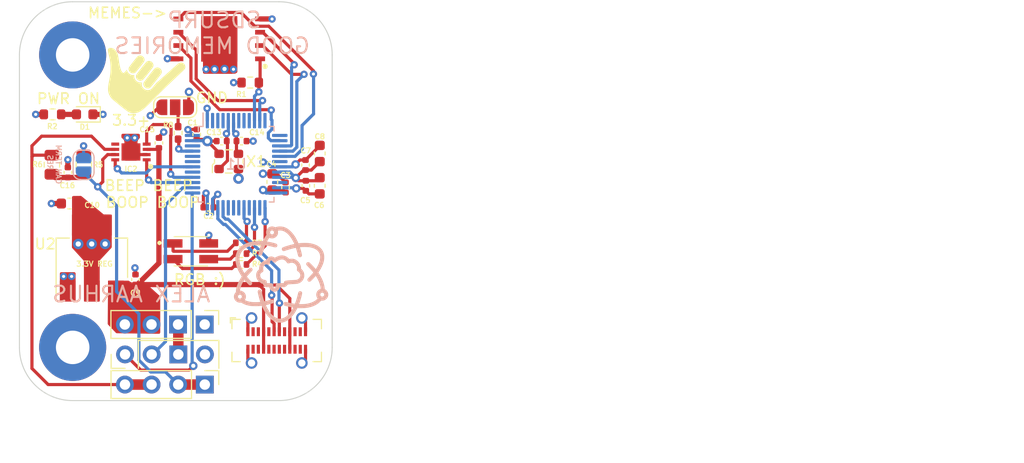
<source format=kicad_pcb>
(kicad_pcb (version 20221018) (generator pcbnew)
  (layers (0 "F.Cu" signal) (1 "In1.Cu" power) (2 "In2.Cu" power) (31 "B.Cu" signal) (34 "B.Paste" user) (35 "F.Paste" user) (36 "B.SilkS" user "B.Silkscreen") (37 "F.SilkS" user "F.Silkscreen") (38 "B.Mask" user) (39 "F.Mask" user) (44 "Edge.Cuts" user))
  (net 0 "")
  (net 1 "+3.3V")
  (net 2 "GND")
  (net 3 "PWR IN")
  (net 4 "RCC_OCC_IN")
  (net 5 "RCC_OCC_OUT")
  (net 6 "Net-(C16-Pad2)")
  (net 7 "Net-(D1-A)")
  (net 8 "QUADSPI_NCS")
  (net 9 "QUADSPI_IO-1")
  (net 10 "QUADSPI_IO-2")
  (net 11 "QUADSPI_IO-0")
  (net 12 "QUADSPI_CLK")
  (net 13 "QUADSPI_IO-3")
  (net 17 "USB_D+")
  (net 18 "USB_D-")
  (net 30 "CAN_FD_L")
  (net 31 "CAN_FD_H")
  (net 32 "SYS_SWDIO")
  (net 33 "SYS_SWCLK")
  (net 34 "Net-(LED1-K_RED)")
  (net 35 "Net-(LED1-K_GREEN)")
  (net 36 "Net-(LED1-K_BLUE)")
  (net 37 "LED_R")
  (net 38 "LED_G")
  (net 39 "Net-(SW1-B)")
  (net 40 "LED_B")
  (net 53 "TXD")
  (net 58 "FDCAN_RX")
  (net 59 "FDCAN_TX")
  (net 64 "/BOOT0")
  (net 65 "Net-(SW2-B)")
  (footprint "Capacitor_SMD:C_0402_1005Metric" (layer "F.Cu") (at 44.701601 38.7118 180)
    (fp_text reference "C13")
    (fp_text value "20pF")
  )
  (footprint "Capacitor_SMD:C_0402_1005Metric" (layer "F.Cu") (at 43.434 45.0342)
    (fp_text reference "C2")
    (fp_text value "100nF")
  )
  (footprint "LOGO" (layer "F.Cu") (at 37.58 33.28)
    (fp_text reference "G***" hide)
    (fp_text value "LOGO" hide)
  )
  (footprint "Capacitor_SMD:C_0603_1608Metric" (layer "F.Cu") (at 54.06 39.895 90)
    (fp_text reference "C8")
    (fp_text value "1uF")
  )
  (footprint "MountingHole:MountingHole_3.2mm_M3_Pad_TopBottom" (layer "F.Cu") (at 30.48 58.42)
    (fp_text reference "H2" hide)
    (fp_text value "MountingHole_Pad")
  )
  (footprint "Oscillator:Oscillator_SMD_ECS_2520MV-xxx-xx-4Pin_2.5x2.0mm" (layer "F.Cu") (at 45.375 40.6538 90)
    (fp_text reference "X1")
    (fp_text value "ECS-2520MV-xxx-xx")
  )
  (footprint "IN-P32TATRGB:INP32TATRGB" (layer "F.Cu") (at 41.7594 49.2372)
    (fp_text reference "LED1" hide)
    (fp_text value "IN-P32TATRGB" hide)
  )
  (footprint "Capacitor_SMD:C_0603_1608Metric" (layer "F.Cu") (at 54.055 42.9802 -90)
    (fp_text reference "C6")
    (fp_text value "1uF")
  )
  (footprint "Capacitor_SMD:C_0402_1005Metric" (layer "F.Cu") (at 46.5916 38.7118)
    (fp_text reference "C14")
    (fp_text value "20pF")
  )
  (footprint "Resistor_SMD:R_0402_1005Metric" (layer "F.Cu") (at 46.556528 48.431565 180)
    (fp_text reference "R3")
    (fp_text value "55")
  )
  (footprint "Capacitor_SMD:C_0402_1005Metric" (layer "F.Cu") (at 36.4744 51.9404 90)
    (fp_text reference "C9")
    (fp_text value ".1uF")
  )
  (footprint "MountingHole:MountingHole_3.2mm_M3_Pad_TopBottom" (layer "F.Cu") (at 30.48 30.48)
    (fp_text reference "H1" hide)
    (fp_text value "MountingHole_Pad")
  )
  (footprint "Connector_USB:USB_C_Receptacle_GCT_USB4115-03-C" (layer "F.Cu") (at 49.9494 57.7596)
    (fp_text reference "J1" hide)
    (fp_text value "USB4056-03-A_REVA2")
  )
  (footprint "Capacitor_SMD:C_0402_1005Metric" (layer "F.Cu") (at 30.0228 41.7068 -90)
    (fp_text reference "C16")
    (fp_text value "4.7nF")
  )
  (footprint "Capacitor_SMD:C_0402_1005Metric" (layer "F.Cu") (at 50.79 43.14 90)
    (fp_text reference "C3")
    (fp_text value "100nF")
  )
  (footprint "Connector_PinHeader_2.54mm:PinHeader_1x04_P2.54mm_Vertical" (layer "F.Cu") (at 35.48 59.09 90)
    (fp_text reference "J4" hide)
    (fp_text value "Conn_01x04_Socket")
  )
  (footprint "Capacitor_SMD:C_0402_1005Metric" (layer "F.Cu") (at 38.7096 38.8874 90)
    (fp_text reference "C15")
    (fp_text value "0.1uF")
  )
  (footprint "Capacitor_SMD:C_0603_1608Metric" (layer "F.Cu") (at 49.53 42.615 90)
    (fp_text reference "C4")
    (fp_text value "4.7uF")
  )
  (footprint "Resistor_SMD:R_0402_1005Metric_Pad0.72x0.64mm_HandSolder" (layer "F.Cu") (at 40.54 37.93 -90)
    (fp_text reference "R8")
    (fp_text value "10k")
  )
  (footprint "Connector_PinHeader_2.54mm:PinHeader_1x04_P2.54mm_Vertical" (layer "F.Cu") (at 43.08 56.23 -90)
    (fp_text reference "J2" hide)
    (fp_text value "Conn_01x04_Socket")
  )
  (footprint "Connector_PinHeader_2.54mm:PinHeader_1x04_P2.54mm_Vertical" (layer "F.Cu") (at 43.09 61.97 -90)
    (fp_text reference "J3" hide)
    (fp_text value "Conn_01x04_Socket")
  )
  (footprint "Resistor_SMD:R_0402_1005Metric" (layer "F.Cu") (at 46.556528 50.496319 180)
    (fp_text reference "R4")
    (fp_text value "5")
  )
  (footprint "LED_SMD:LED_0603_1608Metric" (layer "F.Cu") (at 31.63 36.16 180)
    (fp_text reference "D1")
    (fp_text value "LED")
  )
  (footprint "Capacitor_SMD:C_0402_1005Metric" (layer "F.Cu") (at 52.7 41 90)
    (fp_text reference "C7")
    (fp_text value "100nF")
  )
  (footprint "W25Q01JVZEIQ:SON127P800X600X80-9N-D" (layer "F.Cu") (at 44.465479 28.948636 180)
    (fp_text reference "MEMES->" hide)
    (fp_text value "W25Q01JVZEIQ" hide)
  )
  (footprint "Resistor_SMD:R_0603_1608Metric" (layer "F.Cu") (at 47.4218 33.1216)
    (fp_text reference "R1")
    (fp_text value "10k")
  )
  (footprint "Jumper:SolderJumper-3_P1.3mm_Open_RoundedPad1.0x1.5mm_NumberLabels" (layer "F.Cu") (at 40.26 35.48 180)
    (fp_text reference "SW2" hide)
    (fp_text value "SW_SPDT")
  )
  (footprint "Package_TO_SOT_SMD:SOT-223-3_TabPin2" (layer "F.Cu") (at 32.3088 49.8852 90)
    (fp_text reference "U2")
    (fp_text value "LD1117S33TR_SOT223")
  )
  (footprint "Resistor_SMD:R_0805_2012Metric" (layer "F.Cu") (at 28.4988 40.9683 90)
    (fp_text reference "R6")
    (fp_text value "60")
  )
  (footprint "Capacitor_SMD:C_0402_1005Metric" (layer "F.Cu") (at 52.73 42.98 -90)
    (fp_text reference "C5")
    (fp_text value "10nF")
  )
  (footprint "MCP2557FDT-H_MNY:SON50P300X200X80-9N-D" (layer "F.Cu") (at 36.0426 39.751 180)
    (fp_text reference "IC2")
    (fp_text value "MCP2557FDT-H_MNY" hide)
  )
  (footprint "Resistor_SMD:R_0603_1608Metric" (layer "F.Cu") (at 28.556599 36.16)
    (fp_text reference "R2")
    (fp_text value "43")
  )
  (footprint "Resistor_SMD:R_0805_2012Metric" (layer "F.Cu") (at 31.5468 40.9467 -90)
    (fp_text reference "R5")
    (fp_text value "60")
  )
  (footprint "Capacitor_SMD:C_0402_1005Metric" (layer "F.Cu") (at 42.3164 38.0746 -90)
    (fp_text reference "C1")
    (fp_text value "100nF")
  )
  (footprint "Resistor_SMD:R_0402_1005Metric" (layer "F.Cu") (at 46.556525 49.463942)
    (fp_text reference "R7")
    (fp_text value "5")
  )
  (footprint "Capacitor_SMD:C_0603_1608Metric" (layer "F.Cu") (at 30.168801 44.676 180)
    (fp_text reference "C10")
    (fp_text value "10uF")
  )
  (footprint "LOGO" (layer "B.Cu") (at 50.413822 50.982897 180)
    (fp_text reference "G***" hide)
    (fp_text value "LOGO" hide)
  )
  (footprint "Package_QFP:LQFP-48_7x7mm_P0.5mm" (layer "B.Cu") (at 46.0808 40.921 -90)
    (fp_text reference "U1")
    (fp_text value "STM32G473CBTx")
  )
  (footprint "Jumper:SolderJumper-2_P1.3mm_Open_RoundedPad1.0x1.5mm" (layer "B.Cu") (at 31.521399 40.983999 90)
    (fp_text reference "SW1" hide)
    (fp_text value "SW_SPST")
  )
  (gr_line (start 25.4 58.42) (end 25.4 30.48) (stroke (width 0.1)) (layer "Edge.Cuts"))
  (gr_arc (start 25.4 30.48) (mid 26.887898 26.887898) (end 30.48 25.4) (stroke (width 0.1)) (layer "Edge.Cuts"))
  (gr_line (start 30.48 25.4) (end 50.165 25.4) (stroke (width 0.1)) (layer "Edge.Cuts"))
  (gr_arc (start 30.48 63.5) (mid 26.887898 62.012102) (end 25.4 58.42) (stroke (width 0.1)) (layer "Edge.Cuts"))
  (gr_line (start 55.245 30.48) (end 55.245 58.42) (stroke (width 0.1)) (layer "Edge.Cuts"))
  (gr_arc (start 55.245 58.42) (mid 53.757102 62.012102) (end 50.165 63.5) (stroke (width 0.1)) (layer "Edge.Cuts"))
  (gr_arc (start 50.165 25.4) (mid 53.757102 26.887898) (end 55.245 30.48) (stroke (width 0.1)) (layer "Edge.Cuts"))
  (gr_line (start 50.165 63.5) (end 30.48 63.5) (stroke (width 0.1)) (layer "Edge.Cuts"))
  (gr_text "CAN TERM \nRES" (at 28.03 40.75 270) (layer "B.SilkS") (effects (font (size 0.5 0.5) (thickness 0.1) bold) (justify bottom mirror)))
  (gr_text "ALEX AARHUS" (at 36.068 53.34) (layer "B.SilkS") (effects (font (size 1.5 1.5) (thickness 0.2)) (justify mirror)))
  (gr_text "GOOD MEMORIES" (at 43.7896 29.6164) (layer "B.SilkS") (effects (font (size 1.5 1.5) (thickness 0.2)) (justify mirror)))
  (gr_text "SDSURP" (at 43.9928 27.1526) (layer "B.SilkS") (effects (font (size 1.5 1.5) (thickness 0.2)) (justify mirror)))
  (gr_text "3.3V REG" (at 32.5628 50.4444) (layer "F.SilkS") (effects (font (size 0.5 0.5) (thickness 0.1))))
  (gr_text "MEMES->" (at 31.8516 27.051) (layer "F.SilkS") (effects (font (size 1 1)) (justify left bottom)))
  (gr_text "PWR ON" (at 26.980399 35.2424) (layer "F.SilkS") (effects (font (size 1 1)) (justify left bottom)))
  (gr_text "RGB :)" (at 40.0558 52.5272) (layer "F.SilkS") (effects (font (size 1 1)) (justify left bottom)))
  (gr_text "BEEP BEEP \nBOOP BOOP" (at 38.1254 43.7642) (layer "F.SilkS") (effects (font (size 1 1))))
  (segment (start 43.4594 47.7106) (end 43.4594 48.4872) (width 0.5) (layer "F.Cu") (net 1))
  (segment (start 52.52 41.48) (end 52.7 41.48) (width 0.3) (layer "F.Cu") (net 1))
  (segment (start 42.3164 37.5946) (end 41.501 37.5946) (width 0.3) (layer "F.Cu") (net 1))
  (segment (start 48.65 43.38) (end 48.66 43.39) (width 0.3) (layer "F.Cu") (net 1))
  (segment (start 26.951599 36.16) (end 27.731599 36.16) (width 0.5) (layer "F.Cu") (net 1))
  (segment (start 41.501 37.5946) (end 41.4782 37.6174) (width 0.3) (layer "F.Cu") (net 1))
  (segment (start 53.7602 42.5) (end 54.055 42.2052) (width 0.3) (layer "F.Cu") (net 1))
  (segment (start 38.69 35.48) (end 37.89 36.28) (width 0.3) (layer "F.Cu") (net 1))
  (segment (start 39.540436 30.853636) (end 39.5224 30.8356) (width 0.5) (layer "F.Cu") (net 1))
  (segment (start 51.77 42.23) (end 52.04 42.5) (width 0.3) (layer "F.Cu") (net 1))
  (segment (start 54.06 40.67) (end 53.25 41.48) (width 0.3) (layer "F.Cu") (net 1))
  (segment (start 52.04 42.5) (end 52.73 42.5) (width 0.3) (layer "F.Cu") (net 1))
  (segment (start 49.53 43.39) (end 50.56 43.39) (width 0.3) (layer "F.Cu") (net 1))
  (segment (start 42.954 43.936352) (end 43.2053 43.685052) (width 0.3) (layer "F.Cu") (net 1))
  (segment (start 48.66 43.39) (end 49.53 43.39) (width 0.3) (layer "F.Cu") (net 1))
  (segment (start 50.56 43.39) (end 50.79 43.62) (width 0.3) (layer "F.Cu") (net 1))
  (segment (start 40.565479 30.853636) (end 39.540436 30.853636) (width 0.5) (layer "F.Cu") (net 1))
  (segment (start 52.73 42.5) (end 53.7602 42.5) (width 0.3) (layer "F.Cu") (net 1))
  (segment (start 42.954 45.0342) (end 42.954 43.936352) (width 0.3) (layer "F.Cu") (net 1))
  (segment (start 53.25 41.48) (end 52.7 41.48) (width 0.3) (layer "F.Cu") (net 1))
  (segment (start 46.5968 33.1216) (end 45.84 33.1216) (width 0.3) (layer "F.Cu") (net 1))
  (segment (start 38.96 35.48) (end 38.69 35.48) (width 0.25) (layer "F.Cu") (net 1))
  (segment (start 43.47 47.7) (end 43.4594 47.7106) (width 0.5) (layer "F.Cu") (net 1))
  (segment (start 51.77 42.23) (end 52.52 41.48) (width 0.3) (layer "F.Cu") (net 1))
  (via (at 33.5788 48.5394) (size 1) (drill 0.5) (layers "F.Cu" "B.Cu") (net 1))
  (via (at 48.65 43.38) (size 0.8) (drill 0.4) (layers "F.Cu" "B.Cu") (net 1))
  (via (at 26.951599 36.16) (size 0.7) (drill 0.3) (layers "F.Cu" "B.Cu") (net 1))
  (via (at 32.2961 48.5394) (size 1) (drill 0.5) (layers "F.Cu" "B.Cu") (net 1))
  (via (at 37.89 36.28) (size 0.7) (drill 0.3) (layers "F.Cu" "B.Cu") (net 1))
  (via (at 39.5224 30.8356) (size 0.7) (drill 0.3) (layers "F.Cu" "B.Cu") (net 1))
  (via (at 41.4782 37.6174) (size 0.7) (drill 0.3) (layers "F.Cu" "B.Cu") (net 1))
  (via (at 31.0134 48.5394) (size 1) (drill 0.5) (layers "F.Cu" "B.Cu") (net 1))
  (via (at 43.307 35.5854) (size 0.7) (drill 0.3) (layers "F.Cu" "B.Cu") (net 1))
  (via (at 45.84 33.1216) (size 0.7) (drill 0.3) (layers "F.Cu" "B.Cu") (net 1))
  (via (at 43.47 47.7) (size 0.7) (drill 0.3) (layers "F.Cu" "B.Cu") (net 1))
  (via (at 43.2053 43.685052) (size 0.7) (drill 0.3) (layers "F.Cu" "B.Cu") (net 1))
  (via (at 51.77 42.23) (size 0.8) (drill 0.4) (layers "F.Cu" "B.Cu") (net 1))
  (segment (start 41.9183 38.171) (end 41.9183 38.0575) (width 0.3) (layer "B.Cu") (net 1))
  (segment (start 51.211 41.671) (end 50.2433 41.671) (width 0.3) (layer "B.Cu") (net 1))
  (segment (start 51.77 42.23) (end 51.711 42.171) (width 0.3) (layer "B.Cu") (net 1))
  (segment (start 51.711 42.171) (end 50.2433 42.171) (width 0.3) (layer "B.Cu") (net 1))
  (segment (start 51.77 42.23) (end 51.211 41.671) (width 0.3) (layer "B.Cu") (net 1))
  (segment (start 48.941 43.671) (end 50.2433 43.671) (width 0.3) (layer "B.Cu") (net 1))
  (segment (start 43.3308 35.6092) (end 43.307 35.5854) (width 0.3) (layer "B.Cu") (net 1))
  (segment (start 43.3308 43.810552) (end 43.2053 43.685052) (width 0.3) (layer "B.Cu") (net 1))
  (segment (start 43.3308 45.0835) (end 43.3308 43.810552) (width 0.3) (layer "B.Cu") (net 1))
  (segment (start 48.65 43.38) (end 48.941 43.671) (width 0.3) (layer "B.Cu") (net 1))
  (segment (start 41.9183 38.0575) (end 41.4782 37.6174) (width 0.3) (layer "B.Cu") (net 1))
  (segment (start 43.3308 36.7585) (end 43.3308 35.6092) (width 0.3) (layer "B.Cu") (net 1))
  (segment (start 41.56 34.03) (end 41.56 35.48) (width 0.3) (layer "F.Cu") (net 2))
  (segment (start 38.7096 38.3032) (end 39.1668 37.846) (width 0.3) (layer "F.Cu") (net 2))
  (segment (start 52.6994 55.9596) (end 52.3494 55.6096) (width 0.3) (layer "F.Cu") (net 2))
  (segment (start 32.4175 36.16) (end 33.371599 36.16) (width 0.5) (layer "F.Cu") (net 2))
  (segment (start 54.06 39.16) (end 52.7 40.52) (width 0.3) (layer "F.Cu") (net 2))
  (segment (start 36.4744 50.8736) (end 36.4236 50.8228) (width 0.3) (layer "F.Cu") (net 2))
  (segment (start 49.53 41.84) (end 48.65 41.84) (width 0.3) (layer "F.Cu") (net 2))
  (segment (start 52.17 40.52) (end 52.7 40.52) (width 0.3) (layer "F.Cu") (net 2))
  (segment (start 49.97 41.84) (end 50.79 42.66) (width 0.3) (layer "F.Cu") (net 2))
  (segment (start 47.1994 55.9596) (end 47.5494 55.6096) (width 0.3) (layer "F.Cu") (net 2))
  (segment (start 52.6994 58.5946) (end 52.6994 59.5596) (width 0.3) (layer "F.Cu") (net 2))
  (segment (start 51.75 40.94) (end 52.17 40.52) (width 0.3) (layer "F.Cu") (net 2))
  (segment (start 51.67 43.38) (end 51.81 43.38) (width 0.3) (layer "F.Cu") (net 2))
  (segment (start 28.4506 44.676) (end 29.393801 44.676) (width 0.5) (layer "F.Cu") (net 2))
  (segment (start 42.3164 38.5546) (end 43.1774 38.5546) (width 0.3) (layer "F.Cu") (net 2))
  (segment (start 43.1774 38.5546) (end 43.3324 38.7096) (width 0.3) (layer "F.Cu") (net 2))
  (segment (start 52.498688 43.228688) (end 52.73 43.46) (width 0.3) (layer "F.Cu") (net 2))
  (segment (start 44.45 39.8272) (end 43.3324 38.7096) (width 0.3) (layer "F.Cu") (net 2))
  (segment (start 40.56 59.09) (end 40.56 56.25) (width 1) (layer "F.Cu") (net 2))
  (segment (start 49.497236 27.043636) (end 49.5046 27.051) (width 0.5) (layer "F.Cu") (net 2))
  (segment (start 30.0228 41.2268) (end 30.0228 40.4876) (width 0.5) (layer "F.Cu") (net 2))
  (segment (start 37.5426 40.001) (end 36.2926 40.001) (width 0.3) (layer "F.Cu") (net 2))
  (segment (start 47.1994 59.5596) (end 47.5494 59.9096) (width 0.3) (layer "F.Cu") (net 2))
  (segment (start 47.1994 58.5946) (end 47.1994 59.5596) (width 0.3) (layer "F.Cu") (net 2))
  (segment (start 48.65 41.84) (end 48.64 41.83) (width 0.3) (layer "F.Cu") (net 2))
  (segment (start 36.2926 40.001) (end 36.0426 39.751) (width 0.3) (layer "F.Cu") (net 2))
  (segment (start 43.914 45.0342) (end 43.914 44.2055) (width 0.3) (layer "F.Cu") (net 2))
  (segment (start 43.914 44.2055) (end 44.323 43.7965) (width 0.3) (layer "F.Cu") (net 2))
  (segment (start 44.221601 38.7118) (end 43.3346 38.7118) (width 0.3) (layer "F.Cu") (net 2))
  (segment (start 52.6994 59.5596) (end 52.3494 59.9096) (width 0.3) (layer "F.Cu") (net 2))
  (segment (start 41.58 34.01) (end 41.56 34.03) (width 0.25) (layer "F.Cu") (net 2))
  (segment (start 47.7 38.7118) (end 47.0716 38.7118) (width 0.3) (layer "F.Cu") (net 2))
  (segment (start 44.45 39.9288) (end 44.45 39.8272) (width 0.3) (layer "F.Cu") (net 2))
  (segment (start 52.6994 56.9246) (end 52.6994 55.9596) (width 0.3) (layer "F.Cu") (net 2))
  (segment (start 43.3346 38.7118) (end 43.3324 38.7096) (width 0.3) (layer "F.Cu") (net 2))
  (segment (start 49.53 41.84) (end 49.97 41.84) (width 0.3) (layer "F.Cu") (net 2))
  (segment (start 53.0252 43.7552) (end 52.73 43.46) (width 0.3) (layer "F.Cu") (net 2))
  (segment (start 40.56 56.25) (end 40.54 56.23) (width 1) (layer "F.Cu") (net 2))
  (segment (start 38.7096 38.4074) (end 38.7096 38.3032) (width 0.3) (layer "F.Cu") (net 2))
  (segment (start 47.1994 56.9246) (end 47.1994 55.9596) (width 0.3) (layer "F.Cu") (net 2))
  (segment (start 46.3 42.2868) (end 46.3042 42.291) (width 0.3) (layer "F.Cu") (net 2))
  (segment (start 51.810351 43.228688) (end 52.498688 43.228688) (width 0.3) (layer "F.Cu") (net 2))
  (segment (start 54.055 43.7552) (end 53.0252 43.7552) (width 0.3) (layer "F.Cu") (net 2))
  (segment (start 36.4744 51.4604) (end 36.4744 50.8736) (width 0.3) (layer "F.Cu") (net 2))
  (segment (start 46.3 41.3788) (end 46.3 42.2868) (width 0.3) (layer "F.Cu") (net 2))
  (segment (start 53.83 39.13) (end 53.83 39.17) (width 0.3) (layer "F.Cu") (net 2))
  (segment (start 48.365479 27.043636) (end 49.497236 27.043636) (width 0.5) (layer "F.Cu") (net 2))
  (via (at 44.97 31.82) (size 0.8) (drill 0.4) (layers "F.Cu" "B.Cu") (net 2))
  (via (at 51.810351 43.228688) (size 0.8) (drill 0.4) (layers "F.Cu" "B.Cu") (net 2))
  (via (at 30.0228 40.4876) (size 0.7) (drill 0.3) (layers "F.Cu" "B.Cu") (net 2))
  (via (at 48.64 41.83) (size 0.8) (drill 0.4) (layers "F.Cu" "B.Cu") (net 2))
  (via (at 47.7 38.7118) (size 0.7) (drill 0.3) (layers "F.Cu" "B.Cu") (net 2))
  (via (at 49.5046 27.051) (size 0.7) (drill 0.3) (layers "F.Cu" "B.Cu") (net 2))
  (via (at 41.58 34.01) (size 0.8) (drill 0.4) (layers "F.Cu" "B.Cu") (net 2))
  (via (at 36.3982 38.4048) (size 0.7) (drill 0.3) (layers "F.Cu" "B.Cu") (net 2))
  (via (at 30.3784 51.6382) (size 0.7) (drill 0.3) (layers "F.Cu" "B.Cu") (net 2))
  (via (at 44.02 31.84) (size 0.8) (drill 0.4) (layers "F.Cu" "B.Cu") (net 2))
  (via (at 28.4506 44.676) (size 0.7) (drill 0.3) (layers "F.Cu" "B.Cu") (net 2))
  (via (at 43.2054 31.8516) (size 0.7) (drill 0.3) (layers "F.Cu" "B.Cu") (net 2))
  (via (at 33.371599 36.16) (size 0.7) (drill 0.3) (layers "F.Cu" "B.Cu") (net 2))
  (via (at 39.1668 37.846) (size 0.7) (drill 0.3) (layers "F.Cu" "B.Cu") (net 2))
  (via (at 36.4236 50.8228) (size 0.7) (drill 0.3) (layers "F.Cu" "B.Cu") (net 2))
  (via (at 45.8216 31.8516) (size 0.7) (drill 0.3) (layers "F.Cu" "B.Cu") (net 2))
  (via (at 44.323 43.7965) (size 0.7) (drill 0.3) (layers "F.Cu" "B.Cu") (net 2))
  (via (at 29.6164 51.6382) (size 0.7) (drill 0.3) (layers "F.Cu" "B.Cu") (net 2))
  (via (at 43.3324 38.7096) (size 1) (drill 0.5) (layers "F.Cu" "B.Cu") (net 2))
  (via (at 35.687 38.4048) (size 0.7) (drill 0.3) (layers "F.Cu" "B.Cu") (net 2))
  (via (at 46.3042 42.291) (size 1) (drill 0.5) (layers "F.Cu" "B.Cu") (net 2))
  (via (at 48.66 40.72) (size 0.7) (drill 0.3) (layers "F.Cu" "B.Cu") (net 2))
  (via (at 51.75 40.94) (size 0.8) (drill 0.4) (layers "F.Cu" "B.Cu") (net 2))
  (segment (start 44.279259 43.7965) (end 44.323 43.7965) (width 0.3) (layer "B.Cu") (net 2))
  (segment (start 51.461 43.171) (end 51.67 43.38) (width 0.3) (layer "B.Cu") (net 2))
  (segment (start 51.519 41.171) (end 51.75 40.94) (width 0.3) (layer "B.Cu") (net 2))
  (segment (start 50.2433 41.171) (end 51.519 41.171) (width 0.3) (layer "B.Cu") (net 2))
  (segment (start 43.8308 45.0835) (end 43.8308 44.244959) (width 0.3) (layer "B.Cu") (net 2))
  (segment (start 48.66 40.72) (end 48.953759 40.72) (width 0.3) (layer "B.Cu") (net 2))
  (segment (start 43.2938 38.671) (end 43.3324 38.7096) (width 0.3) (layer "B.Cu") (net 2))
  (segment (start 43.8308 44.244959) (end 44.279259 43.7965) (width 0.3) (layer "B.Cu") (net 2))
  (segment (start 50.2433 43.171) (end 51.461 43.171) (width 0.3) (layer "B.Cu") (net 2))
  (segment (start 41.9183 38.671) (end 43.2938 38.671) (width 0.3) (layer "B.Cu") (net 2))
  (segment (start 48.953759 40.72) (end 49.404759 41.171) (width 0.3) (layer "B.Cu") (net 2))
  (segment (start 49.404759 41.171) (end 50.2433 41.171) (width 0.3) (layer "B.Cu") (net 2))
  (segment (start 48.6994 58.5946) (end 48.6994 56.9246) (width 0.3) (layer "F.Cu") (net 3))
  (segment (start 38.7096 39.3674) (end 38.7096 50.369586) (width 0.5) (layer "F.Cu") (net 3))
  (segment (start 48.6994 56.9246) (end 48.6994 52.874) (width 0.3) (layer "F.Cu") (net 3))
  (segment (start 38.576 39.501) (end 38.7096 39.3674) (width 0.3) (layer "F.Cu") (net 3))
  (segment (start 36.658786 52.4204) (end 36.4744 52.4204) (width 0.5) (layer "F.Cu") (net 3))
  (segment (start 49.911 52.46) (end 48.2854 52.46) (width 0.3) (layer "F.Cu") (net 3))
  (segment (start 36.4744 52.4204) (end 48.2458 52.4204) (width 0.5) (layer "F.Cu") (net 3))
  (segment (start 51.1994 56.9246) (end 51.1994 53.7484) (width 0.3) (layer "F.Cu") (net 3))
  (segment (start 48.6994 52.874) (end 48.2854 52.46) (width 0.3) (layer "F.Cu") (net 3))
  (segment (start 51.1994 53.7484) (end 49.911 52.46) (width 0.3) (layer "F.Cu") (net 3))
  (segment (start 38.7096 50.369586) (end 36.658786 52.4204) (width 0.5) (layer "F.Cu") (net 3))
  (segment (start 51.1994 58.5946) (end 51.1994 56.9246) (width 0.3) (layer "F.Cu") (net 3))
  (segment (start 48.2458 52.4204) (end 48.2854 52.46) (width 0.5) (layer "F.Cu") (net 3))
  (segment (start 37.5426 39.501) (end 38.576 39.501) (width 0.3) (layer "F.Cu") (net 3))
  (segment (start 45.181601 38.7118) (end 45.25 38.780199) (width 0.3) (layer "F.Cu") (net 4))
  (segment (start 45.25 40.5788) (end 44.45 41.3788) (width 0.3) (layer "F.Cu") (net 4))
  (segment (start 45.25 38.780199) (end 45.25 40.5788) (width 0.3) (layer "F.Cu") (net 4))
  (segment (start 45.181601 38.025687) (end 45.181601 38.7118) (width 0.3) (layer "F.Cu") (net 4))
  (segment (start 45.154209 37.998295) (end 45.181601 38.025687) (width 0.3) (layer "F.Cu") (net 4))
  (via (at 45.154209 37.998295) (size 0.7) (drill 0.3) (layers "F.Cu" "B.Cu") (net 4))
  (segment (start 45.154209 37.998295) (end 45.3308 37.821704) (width 0.3) (layer "B.Cu") (net 4))
  (segment (start 45.3308 37.821704) (end 45.3308 36.7585) (width 0.3) (layer "B.Cu") (net 4))
  (segment (start 46.1116 39.7404) (end 46.3 39.9288) (width 0.3) (layer "F.Cu") (net 5))
  (segment (start 46.1116 38.7118) (end 46.1116 39.7404) (width 0.3) (layer "F.Cu") (net 5))
  (segment (start 46.1116 38.7118) (end 46.1116 38.069855) (width 0.3) (layer "F.Cu") (net 5))
  (segment (start 46.1116 38.069855) (end 46.053609 38.011864) (width 0.3) (layer "F.Cu") (net 5))
  (via (at 46.053609 38.011864) (size 0.7) (drill 0.3) (layers "F.Cu" "B.Cu") (net 5))
  (segment (start 46.053609 38.011864) (end 45.8308 37.789055) (width 0.3) (layer "B.Cu") (net 5))
  (segment (start 45.8308 37.789055) (end 45.8308 36.967284) (width 0.3) (layer "B.Cu") (net 5))
  (segment (start 31.5468 41.8592) (end 31.2192 42.1868) (width 0.5) (layer "F.Cu") (net 6))
  (segment (start 31.2192 42.1868) (end 30.0228 42.1868) (width 0.5) (layer "F.Cu") (net 6))
  (segment (start 28.8048 42.1868) (end 28.4988 41.8808) (width 0.5) (layer "F.Cu") (net 6))
  (segment (start 30.0228 42.1868) (end 28.8048 42.1868) (width 0.5) (layer "F.Cu") (net 6))
  (segment (start 29.381599 36.16) (end 30.8425 36.16) (width 0.5) (layer "F.Cu") (net 7))
  (segment (start 48.2468 34.0106) (end 48.2468 33.1216) (width 0.3) (layer "F.Cu") (net 8))
  (segment (start 48.365479 30.853636) (end 48.365479 33.002921) (width 0.3) (layer "F.Cu") (net 8))
  (segment (start 48.365479 33.002921) (end 48.2468 33.1216) (width 0.3) (layer "F.Cu") (net 8))
  (via (at 48.2468 34.0106) (size 0.7) (drill 0.3) (layers "F.Cu" "B.Cu") (net 8))
  (segment (start 48.2468 34.0106) (end 47.8308 34.4266) (width 0.3) (layer "B.Cu") (net 8))
  (segment (start 47.8308 34.4266) (end 47.8308 36.7585) (width 0.3) (layer "B.Cu") (net 8))
  (segment (start 48.615479 29.583636) (end 48.365479 29.583636) (width 0.3) (layer "F.Cu") (net 9))
  (segment (start 52.5551 32.3342) (end 51.366043 32.3342) (width 0.3) (layer "F.Cu") (net 9))
  (segment (start 51.366043 32.3342) (end 48.615479 29.583636) (width 0.3) (layer "F.Cu") (net 9))
  (via (at 52.5551 32.3342) (size 0.7) (drill 0.3) (layers "F.Cu" "B.Cu") (net 9))
  (segment (start 51.496053 39.671) (end 50.2433 39.671) (width 0.3) (layer "B.Cu") (net 9))
  (segment (start 51.87 39.297053) (end 51.496053 39.671) (width 0.3) (layer "B.Cu") (net 9))
  (segment (start 51.87 33.0193) (end 51.87 39.297053) (width 0.3) (layer "B.Cu") (net 9))
  (segment (start 52.5551 32.3342) (end 51.87 33.0193) (width 0.3) (layer "B.Cu") (net 9))
  (segment (start 48.615479 28.313636) (end 48.365479 28.313636) (width 0.3) (layer "F.Cu") (net 10))
  (segment (start 51.615743 31.4198) (end 51.615743 31.3139) (width 0.3) (layer "F.Cu") (net 10))
  (segment (start 51.615743 31.3139) (end 48.615479 28.313636) (width 0.3) (layer "F.Cu") (net 10))
  (via (at 51.615743 31.4198) (size 0.7) (drill 0.3) (layers "F.Cu" "B.Cu") (net 10))
  (segment (start 51.288947 39.171) (end 50.2433 39.171) (width 0.3) (layer "B.Cu") (net 10))
  (segment (start 51.37 31.665543) (end 51.37 39.089947) (width 0.3) (layer "B.Cu") (net 10))
  (segment (start 51.37 39.089947) (end 51.288947 39.171) (width 0.3) (layer "B.Cu") (net 10))
  (segment (start 51.615743 31.4198) (end 51.37 31.665543) (width 0.3) (layer "B.Cu") (net 10))
  (segment (start 46.540479 26.423636) (end 41.185479 26.423636) (width 0.3) (layer "F.Cu") (net 11))
  (segment (start 49.190479 27.738636) (end 47.855479 27.738636) (width 0.3) (layer "F.Cu") (net 11))
  (segment (start 53.454132 32.305107) (end 53.454132 32.002289) (width 0.3) (layer "F.Cu") (net 11))
  (segment (start 41.185479 26.423636) (end 40.565479 27.043636) (width 0.3) (layer "F.Cu") (net 11))
  (segment (start 53.454132 32.002289) (end 49.190479 27.738636) (width 0.3) (layer "F.Cu") (net 11))
  (segment (start 47.855479 27.738636) (end 46.540479 26.423636) (width 0.3) (layer "F.Cu") (net 11))
  (via (at 53.454132 32.305107) (size 0.7) (drill 0.3) (layers "F.Cu" "B.Cu") (net 11))
  (segment (start 51.703159 40.171) (end 50.2433 40.171) (width 0.3) (layer "B.Cu") (net 11))
  (segment (start 53.467 32.317975) (end 53.467 36.123) (width 0.3) (layer "B.Cu") (net 11))
  (segment (start 52.37 39.504159) (end 51.703159 40.171) (width 0.3) (layer "B.Cu") (net 11))
  (segment (start 53.467 36.123) (end 52.37 37.22) (width 0.3) (layer "B.Cu") (net 11))
  (segment (start 53.454132 32.305107) (end 53.467 32.317975) (width 0.3) (layer "B.Cu") (net 11))
  (segment (start 52.37 37.22) (end 52.37 39.504159) (width 0.3) (layer "B.Cu") (net 11))
  (segment (start 42.2656 32.766) (end 44.340316 34.840716) (width 0.3) (layer "F.Cu") (net 12))
  (segment (start 40.565479 28.313636) (end 42.2656 30.013757) (width 0.3) (layer "F.Cu") (net 12))
  (segment (start 44.340316 34.840716) (end 48.593227 34.840716) (width 0.3) (layer "F.Cu") (net 12))
  (segment (start 42.2656 30.013757) (end 42.2656 32.766) (width 0.3) (layer "F.Cu") (net 12))
  (via (at 48.593227 34.840716) (size 0.7) (drill 0.3) (layers "F.Cu" "B.Cu") (net 12))
  (segment (start 48.593227 34.840716) (end 48.3308 35.103143) (width 0.3) (layer "B.Cu") (net 12))
  (segment (start 48.3308 35.103143) (end 48.3308 36.7585) (width 0.3) (layer "B.Cu") (net 12))
  (segment (start 49.388149 35.7124) (end 44.504894 35.7124) (width 0.3) (layer "F.Cu") (net 13))
  (segment (start 49.425573 35.749824) (end 49.388149 35.7124) (width 0.3) (layer "F.Cu") (net 13))
  (segment (start 41.7656 30.783757) (end 40.565479 29.583636) (width 0.3) (layer "F.Cu") (net 13))
  (segment (start 41.7656 32.973106) (end 41.7656 30.783757) (width 0.3) (layer "F.Cu") (net 13))
  (segment (start 44.504894 35.7124) (end 41.7656 32.973106) (width 0.3) (layer "F.Cu") (net 13))
  (via (at 49.425573 35.749824) (size 0.7) (drill 0.3) (layers "F.Cu" "B.Cu") (net 13))
  (segment (start 49.404759 38.671) (end 50.2433 38.671) (width 0.3) (layer "B.Cu") (net 13))
  (segment (start 49.425573 35.749824) (end 49.425573 36.645573) (width 0.3) (layer "B.Cu") (net 13))
  (segment (start 49.5 36.72) (end 49.5 37.575759) (width 0.3) (layer "B.Cu") (net 13))
  (segment (start 49.5 37.575759) (end 49.1558 37.919959) (width 0.3) (layer "B.Cu") (net 13))
  (segment (start 49.1558 38.422041) (end 49.404759 38.671) (width 0.3) (layer "B.Cu") (net 13))
  (segment (start 49.425573 36.645573) (end 49.5 36.72) (width 0.3) (layer "B.Cu") (net 13))
  (segment (start 49.1558 37.919959) (end 49.1558 38.422041) (width 0.3) (layer "B.Cu") (net 13))
  (segment (start 49.51 53.48482) (end 49.51 55.9602) (width 0.3) (layer "F.Cu") (net 17))
  (segment (start 49.6994 56.1496) (end 49.6994 56.9246) (width 0.3) (layer "F.Cu") (net 17))
  (segment (start 49.4655 53.44032) (end 49.51 53.48482) (width 0.3) (layer "F.Cu") (net 17))
  (segment (start 49.51 55.9602) (end 49.6994 56.1496) (width 0.3) (layer "F.Cu") (net 17))
  (via (at 49.4655 53.44032) (size 0.7) (drill 0.3) (layers "F.Cu" "B.Cu") (net 17))
  (segment (start 49.4655 51.0911) (end 45.0454 46.671) (width 0.3) (layer "B.Cu") (net 17))
  (segment (start 44.872653 46.671) (end 44.3308 46.129147) (width 0.3) (layer "B.Cu") (net 17))
  (segment (start 49.4655 51.0911) (end 49.4655 53.44032) (width 0.3) (layer "B.Cu") (net 17))
  (segment (start 45.0454 46.671) (end 44.872653 46.671) (width 0.3) (layer "B.Cu") (net 17))
  (segment (start 44.3308 46.129147) (end 44.3308 45.0835) (width 0.3) (layer "B.Cu") (net 17))
  (segment (start 50.1994 54.1973) (end 50.1994 56.9246) (width 0.3) (layer "F.Cu") (net 18))
  (segment (start 50.2095 54.1872) (end 50.1994 54.1973) (width 0.3) (layer "F.Cu") (net 18))
  (via (at 50.2095 54.1872) (size 0.7) (drill 0.3) (layers "F.Cu" "B.Cu") (net 18))
  (segment (start 50.165 54.1427) (end 50.2095 54.1872) (width 0.3) (layer "B.Cu") (net 18))
  (segment (start 44.8308 45.922041) (end 45.079759 46.171) (width 0.3) (layer "B.Cu") (net 18))
  (segment (start 45.3074 46.171) (end 50.165 51.0286) (width 0.3) (layer "B.Cu") (net 18))
  (segment (start 50.165 51.0286) (end 50.165 54.1427) (width 0.3) (layer "B.Cu") (net 18))
  (segment (start 45.079759 46.171) (end 45.3074 46.171) (width 0.3) (layer "B.Cu") (net 18))
  (segment (start 44.8308 45.0835) (end 44.8308 45.922041) (width 0.3) (layer "B.Cu") (net 18))
  (segment (start 38.01 61.97) (end 35.47 61.97) (width 1) (layer "F.Cu") (net 30))
  (segment (start 26.5938 60.4266) (end 28.1372 61.97) (width 0.3) (layer "F.Cu") (net 30))
  (segment (start 28.1372 61.97) (end 35.47 61.97) (width 0.3) (layer "F.Cu") (net 30))
  (segment (start 27.5176 38.243) (end 26.5938 39.1668) (width 0.3) (layer "F.Cu") (net 30))
  (segment (start 34.5426 39.501) (end 33.532 39.501) (width 0.3) (layer "F.Cu") (net 30))
  (segment (start 26.5938 39.1668) (end 26.5938 40.2082) (width 0.3) (layer "F.Cu") (net 30))
  (segment (start 32.274 38.243) (end 27.5176 38.243) (width 0.3) (layer "F.Cu") (net 30))
  (segment (start 26.7462 40.0558) (end 26.5938 40.2082) (width 0.3) (layer "F.Cu") (net 30))
  (segment (start 26.5938 40.2082) (end 26.5938 60.4266) (width 0.3) (layer "F.Cu") (net 30))
  (segment (start 28.4988 40.0558) (end 26.7462 40.0558) (width 0.3) (layer "F.Cu") (net 30))
  (segment (start 33.532 39.501) (end 32.274 38.243) (width 0.3) (layer "F.Cu") (net 30))
  (segment (start 33.8176 40.001) (end 34.5426 40.001) (width 0.3) (layer "F.Cu") (net 31))
  (segment (start 33.3502 40.4684) (end 33.8176 40.001) (width 0.3) (layer "F.Cu") (net 31))
  (segment (start 32.8676 43.0784) (end 33.3502 42.5958) (width 0.3) (layer "F.Cu") (net 31))
  (segment (start 33.3502 42.5958) (end 33.3502 40.4684) (width 0.3) (layer "F.Cu") (net 31))
  (segment (start 43.09 61.97) (end 40.55 61.97) (width 1) (layer "F.Cu") (net 31))
  (via (at 32.8676 43.0784) (size 0.7) (drill 0.3) (layers "F.Cu" "B.Cu") (net 31))
  (segment (start 32.8676 43.0552) (end 31.521399 41.708999) (width 0.3) (layer "B.Cu") (net 31))
  (segment (start 32.8676 43.0784) (end 34.671 44.8818) (width 0.3) (layer "B.Cu") (net 31))
  (segment (start 36.8 59.6346) (end 37.9354 60.77) (width 0.3) (layer "B.Cu") (net 31))
  (segment (start 32.8676 43.0784) (end 32.8676 43.0552) (width 0.3) (layer "B.Cu") (net 31))
  (segment (start 36.8 55.215) (end 36.8 59.6346) (width 0.3) (layer "B.Cu") (net 31))
  (segment (start 34.671 44.8818) (end 34.671 53.086) (width 0.3) (layer "B.Cu") (net 31))
  (segment (start 39.35 60.77) (end 40.55 61.97) (width 0.3) (layer "B.Cu") (net 31))
  (segment (start 34.671 53.086) (end 36.8 55.215) (width 0.3) (layer "B.Cu") (net 31))
  (segment (start 37.9354 60.77) (end 39.35 60.77) (width 0.3) (layer "B.Cu") (net 31))
  (segment (start 41.58 60.59) (end 36.98 60.59) (width 0.3) (layer "F.Cu") (net 32))
  (segment (start 36.98 60.59) (end 35.48 59.09) (width 0.3) (layer "F.Cu") (net 32))
  (segment (start 41.99 60.18) (end 41.58 60.59) (width 0.3) (layer "F.Cu") (net 32))
  (via (at 41.99 60.18) (size 0.8) (drill 0.4) (layers "F.Cu" "B.Cu") (net 32))
  (segment (start 41.99 60.18) (end 41.88 60.07) (width 0.3) (layer "B.Cu") (net 32))
  (segment (start 41.88 60.07) (end 41.88 43.7093) (width 0.3) (layer "B.Cu") (net 32))
  (segment (start 41.88 43.7093) (end 41.9183 43.671) (width 0.3) (layer "B.Cu") (net 32))
  (segment (start 40.9808 43.171) (end 39.34 44.8118) (width 0.3) (layer "B.Cu") (net 33))
  (segment (start 41.9183 43.171) (end 40.9808 43.171) (width 0.3) (layer "B.Cu") (net 33))
  (segment (start 39.34 44.8118) (end 39.34 57.86) (width 0.3) (layer "B.Cu") (net 33))
  (segment (start 38.11 59.09) (end 38.02 59.09) (width 0.3) (layer "B.Cu") (net 33))
  (segment (start 39.34 57.86) (end 38.11 59.09) (width 0.3) (layer "B.Cu") (net 33))
  (segment (start 45.240893 49.2372) (end 46.046528 48.431565) (width 0.3) (layer "F.Cu") (net 34))
  (segment (start 40.1094 49.2372) (end 45.240893 49.2372) (width 0.3) (layer "F.Cu") (net 34))
  (segment (start 40.0594 49.1872) (end 40.1094 49.2372) (width 0.3) (layer "F.Cu") (net 34))
  (segment (start 40.0594 48.4872) (end 40.0594 49.1872) (width 0.3) (layer "F.Cu") (net 34))
  (segment (start 45.660634 50.882213) (end 46.046528 50.496319) (width 0.3) (layer "F.Cu") (net 35))
  (segment (start 40.954413 50.882213) (end 45.660634 50.882213) (width 0.3) (layer "F.Cu") (net 35))
  (segment (start 40.0594 49.9872) (end 40.954413 50.882213) (width 0.3) (layer "F.Cu") (net 35))
  (segment (start 43.4594 49.9872) (end 45.523267 49.9872) (width 0.3) (layer "F.Cu") (net 36))
  (segment (start 45.523267 49.9872) (end 46.046525 49.463942) (width 0.3) (layer "F.Cu") (net 36))
  (segment (start 47.066528 46.443164) (end 47.066528 48.431565) (width 0.3) (layer "F.Cu") (net 37))
  (segment (start 47.123067 46.386625) (end 47.066528 46.443164) (width 0.3) (layer "F.Cu") (net 37))
  (via (at 47.123067 46.386625) (size 0.7) (drill 0.3) (layers "F.Cu" "B.Cu") (net 37))
  (segment (start 47.123067 46.386625) (end 46.8308 46.094358) (width 0.3) (layer "B.Cu") (net 37))
  (segment (start 46.8308 46.094358) (end 46.8308 45.0835) (width 0.3) (layer "B.Cu") (net 37))
  (segment (start 48.8442 46.4058) (end 48.8442 48.718647) (width 0.3) (layer "F.Cu") (net 38))
  (segment (start 48.8442 48.718647) (end 47.066528 50.496319) (width 0.3) (layer "F.Cu") (net 38))
  (via (at 48.8442 46.4058) (size 0.7) (drill 0.3) (layers "F.Cu" "B.Cu") (net 38))
  (segment (start 48.8442 46.4058) (end 48.8442 45.0969) (width 0.3) (layer "B.Cu") (net 38))
  (segment (start 48.8442 45.0969) (end 48.8308 45.0835) (width 0.3) (layer "B.Cu") (net 38))
  (segment (start 31.5214 39.17) (end 31.5468 39.1954) (width 0.3) (layer "F.Cu") (net 39))
  (segment (start 31.5468 39.1954) (end 31.5468 40.0342) (width 0.3) (layer "F.Cu") (net 39))
  (via (at 31.5214 39.17) (size 0.7) (drill 0.3) (layers "F.Cu" "B.Cu") (net 39))
  (segment (start 31.5214 39.17) (end 31.5214 40.258998) (width 0.3) (layer "B.Cu") (net 39))
  (segment (start 31.5214 40.258998) (end 31.521399 40.258999) (width 0.3) (layer "B.Cu") (net 39))
  (segment (start 47.8308 46.9418) (end 47.8308 48.699667) (width 0.3) (layer "F.Cu") (net 40))
  (segment (start 47.8308 48.699667) (end 47.066525 49.463942) (width 0.3) (layer "F.Cu") (net 40))
  (via (at 47.8308 46.9418) (size 0.7) (drill 0.3) (layers "F.Cu" "B.Cu") (net 40))
  (segment (start 47.8308 46.9418) (end 47.8308 45.0835) (width 0.3) (layer "B.Cu") (net 40))
  (segment (start 34.7472 41.3512) (end 34.5426 41.1466) (width 0.3) (layer "F.Cu") (net 53))
  (segment (start 34.5426 41.1466) (end 34.5426 40.501) (width 0.3) (layer "F.Cu") (net 53))
  (via (at 34.7472 41.3512) (size 0.7) (drill 0.3) (layers "F.Cu" "B.Cu") (net 53))
  (segment (start 38.085679 41.1695) (end 41.078259 41.1695) (width 0.3) (layer "B.Cu") (net 53))
  (segment (start 41.078259 41.1695) (end 41.079759 41.171) (width 0.3) (layer "B.Cu") (net 53))
  (segment (start 37.498105 41.757074) (end 38.085679 41.1695) (width 0.3) (layer "B.Cu") (net 53))
  (segment (start 35.153074 41.757074) (end 37.498105 41.757074) (width 0.3) (layer "B.Cu") (net 53))
  (segment (start 41.079759 41.171) (end 41.9183 41.171) (width 0.3) (layer "B.Cu") (net 53))
  (segment (start 34.7472 41.3512) (end 35.153074 41.757074) (width 0.3) (layer "B.Cu") (net 53))
  (segment (start 39.83 38.17275) (end 39.8668 38.13595) (width 0.3) (layer "F.Cu") (net 58))
  (segment (start 39.8668 37.4284) (end 39.5732 37.1348) (width 0.3) (layer "F.Cu") (net 58))
  (segment (start 37.5426 37.7684) (end 37.5426 39.001) (width 0.3) (layer "F.Cu") (net 58))
  (segment (start 39.8668 38.13595) (end 39.8668 37.4284) (width 0.3) (layer "F.Cu") (net 58))
  (segment (start 39.5732 37.1348) (end 38.1762 37.1348) (width 0.3) (layer "F.Cu") (net 58))
  (segment (start 38.1762 37.1348) (end 37.5426 37.7684) (width 0.3) (layer "F.Cu") (net 58))
  (segment (start 39.83 41.8695) (end 39.83 38.17275) (width 0.3) (layer "F.Cu") (net 58))
  (via (at 39.83 41.8695) (size 0.7) (drill 0.3) (layers "F.Cu" "B.Cu") (net 58))
  (segment (start 41.9183 42.171) (end 40.1315 42.171) (width 0.3) (layer "B.Cu") (net 58))
  (segment (start 40.1315 42.171) (end 39.83 41.8695) (width 0.3) (layer "B.Cu") (net 58))
  (segment (start 37.720217 42.420374) (end 37.5426 42.242757) (width 0.3) (layer "F.Cu") (net 59))
  (segment (start 37.5426 42.242757) (end 37.5426 40.501) (width 0.3) (layer "F.Cu") (net 59))
  (via (at 37.720217 42.420374) (size 0.7) (drill 0.3) (layers "F.Cu" "B.Cu") (net 59))
  (segment (start 37.720217 42.420374) (end 37.970843 42.671) (width 0.3) (layer "B.Cu") (net 59))
  (segment (start 37.970843 42.671) (end 41.9183 42.671) (width 0.3) (layer "B.Cu") (net 59))
  (segment (start 40.6 39.46) (end 40.6 38.5875) (width 0.3) (layer "F.Cu") (net 64))
  (segment (start 40.6 38.5875) (end 40.54 38.5275) (width 0.3) (layer "F.Cu") (net 64))
  (via (at 40.6 39.46) (size 0.7) (drill 0.3) (layers "F.Cu" "B.Cu") (net 64))
  (segment (start 41.9183 39.671) (end 40.811 39.671) (width 0.3) (layer "B.Cu") (net 64))
  (segment (start 40.811 39.671) (end 40.6 39.46) (width 0.3) (layer "B.Cu") (net 64))
  (segment (start 40.54 35.76) (end 40.26 35.48) (width 0.3) (layer "F.Cu") (net 65))
  (segment (start 40.54 37.3325) (end 40.54 35.76) (width 0.3) (layer "F.Cu") (net 65))
  (zone (net 1) (net_name "+3.3V") (layer "F.Cu") (priority 3) (connect_pads yes (clearance 0.5)) (min_thickness 0.25) (fill yes (thermal_gap 0.5) (thermal_bridge_width 0.5))
    (polygon (pts (xy 34.208801 47.736) (xy 34.208801 45.736) (xy 33.448801 45.726) (xy 31.288801 43.946) (xy 30.418801 43.956) (xy 30.418801 45.736) (xy 30.408801 48.896) (xy 31.548801 50.146001) (xy 31.558801 54.036) (xy 33.058801 54.036001) (xy 33.058801 50.116) (xy 34.2088 48.876001)))
  )
  (zone (net 2) (net_name "GND") (layer "F.Cu") (priority 4) (connect_pads yes (clearance 0.5)) (min_thickness 0.25) (fill yes (thermal_gap 0.5) (thermal_bridge_width 0.5))
    (polygon (pts (xy 30.758801 54.026) (xy 29.258801 54.025999) (xy 29.258802 51.236) (xy 30.758801 51.236)))
  )
  (zone (net 2) (net_name "GND") (layer "F.Cu") (priority 2) (connect_pads yes (clearance 0.5)) (min_thickness 0.25) (fill yes (thermal_gap 0.5) (thermal_bridge_width 0.5))
    (polygon (pts (xy 36.961399 40.5764) (xy 35.132599 40.5764) (xy 35.1326 38.011) (xy 36.961398 38.011)))
  )
  (zone (net 3) (net_name "PWR IN") (layer "F.Cu") (priority 6) (connect_pads yes (clearance 0.5)) (min_thickness 0.25) (fill yes (thermal_gap 0.5) (thermal_bridge_width 0.5))
    (polygon (pts (xy 33.823874 56.208782) (xy 33.8582 52.0446) (xy 37.1856 52.0446) (xy 38.8366 53.5432) (xy 38.836474 57.119582) (xy 34.645474 57.068782)))
  )
  (zone (net 2) (net_name "GND") (layer "F.Cu") (priority 5) (connect_pads yes (clearance 0.5)) (min_thickness 0.25) (fill yes (thermal_gap 0.5) (thermal_bridge_width 0.5))
    (polygon (pts (xy 42.735479 26.778636) (xy 46.195479 26.768636) (xy 46.195479 32.288636) (xy 42.755479 32.278636)))
  )
)
</source>
